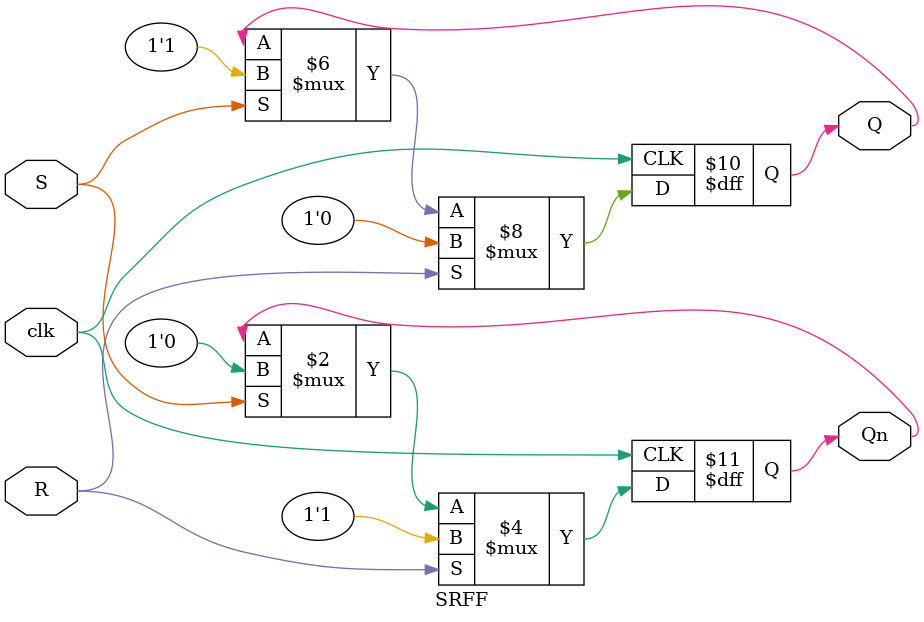
<source format=v>
`timescale 1ns / 1ps


module SRFF(
    input S, input R, input clk, output reg Q, output reg Qn
    );
    
    always @ (posedge clk)
        begin
           if(S) begin
               Q <= 1;
               Qn <= 0;
           end
           if(R) begin
               Q <= 0;
               Qn <= 1;
           end
        end
    
endmodule

</source>
